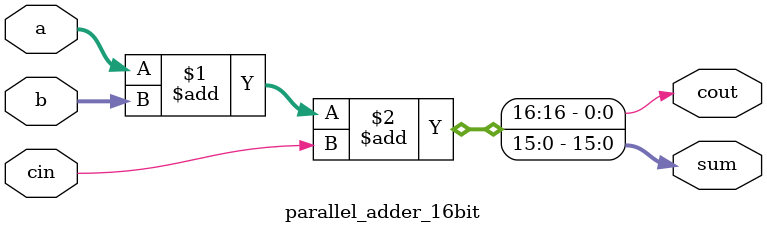
<source format=v>
module parallel_adder_16bit (
    input  [15:0] a,       // First 16-bit input
    input  [15:0] b,       // Second 16-bit input
    input         cin,     // Carry-in
    output [15:0] sum,     // 16-bit sum output
    output        cout     // Carry-out
);

    // Internal signal for carry propagation
    wire [15:0] carry;

    // Generate the sum and carry for each bit
    assign {cout, sum} = a + b + cin;

endmodule

</source>
